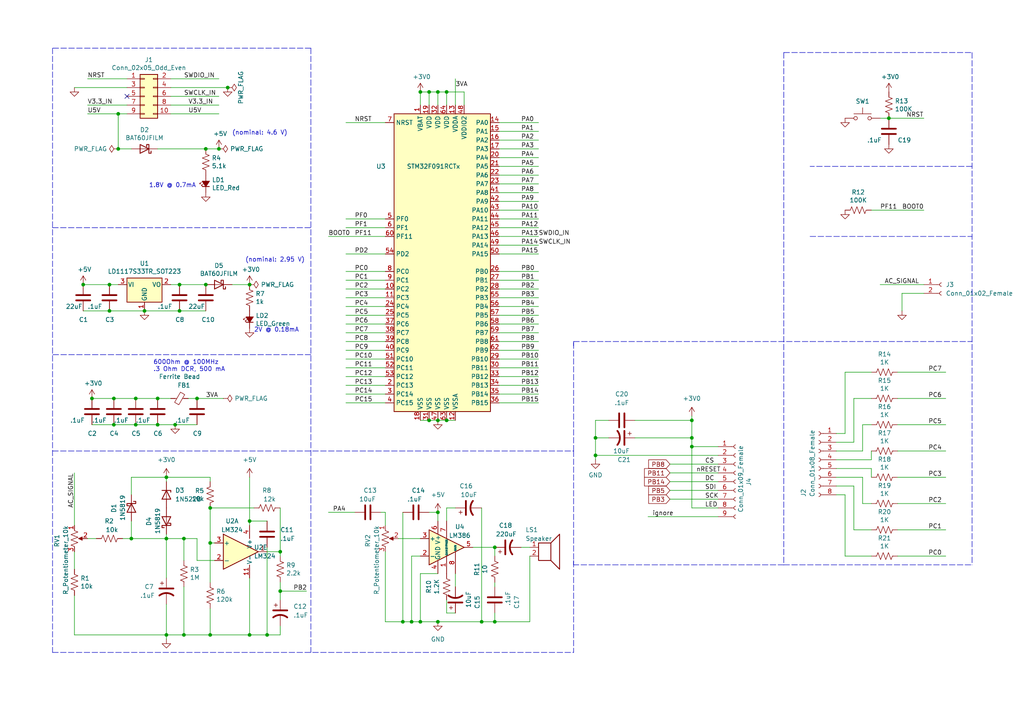
<source format=kicad_sch>
(kicad_sch (version 20211123) (generator eeschema)
  (paper "A4")
  (title_block (title "STM32F091 Dev Board") (date "2020-06-22") (rev "1"))
  (junction (at 39.37 123.19))
  (junction (at 72.39 184.15))
  (junction (at 59.69 43.18))
  (junction (at 66.04 25.4))
  (junction (at 200.66 127))
  (junction (at 200.66 129.54))
  (junction (at 127 26.67))
  (junction (at 172.72 132.08))
  (junction (at 143.51 158.75))
  (junction (at 143.51 180.34))
  (junction (at 129.54 121.92))
  (junction (at 39.37 115.57))
  (junction (at 48.26 184.15))
  (junction (at 60.96 147.32))
  (junction (at 52.07 90.17))
  (junction (at 116.84 180.34))
  (junction (at 121.92 180.34))
  (junction (at 53.34 184.15))
  (junction (at 139.7 180.34))
  (junction (at 48.26 138.43))
  (junction (at 124.46 121.92))
  (junction (at 52.07 82.55))
  (junction (at 121.92 26.67))
  (junction (at 45.72 123.19))
  (junction (at 34.29 33.02))
  (junction (at 77.47 184.15))
  (junction (at 257.81 34.29))
  (junction (at 124.46 26.67))
  (junction (at 33.02 115.57))
  (junction (at 127 180.34))
  (junction (at 38.1 156.21))
  (junction (at 129.54 26.67))
  (junction (at 81.28 160.02))
  (junction (at 127 148.59))
  (junction (at 127 121.92))
  (junction (at 81.28 171.45))
  (junction (at 72.39 151.13))
  (junction (at 31.75 90.17))
  (junction (at 119.38 180.34))
  (junction (at 59.69 82.55))
  (junction (at 50.8 123.19))
  (junction (at 41.91 90.17))
  (junction (at 60.96 184.15))
  (junction (at 200.66 121.92))
  (junction (at 60.96 157.48))
  (junction (at 72.39 82.55))
  (junction (at 48.26 156.21))
  (junction (at 26.67 115.57))
  (junction (at 34.29 43.18))
  (junction (at 172.72 127))
  (junction (at 63.5 43.18))
  (junction (at 45.72 115.57))
  (junction (at 33.02 123.19))
  (junction (at 24.13 82.55))
  (junction (at 57.15 115.57))
  (junction (at 31.75 82.55))
  (junction (at 53.34 156.21))
  (no_connect (at 36.83 27.94))
  (wire (pts (xy 172.72 121.92) (xy 172.72 127)))
  (wire (pts (xy 111.76 78.74) (xy 100.33 78.74)))
  (wire (pts (xy 144.78 63.5) (xy 156.21 63.5)))
  (wire (pts (xy 48.26 175.26) (xy 48.26 184.15)))
  (wire (pts (xy 255.27 34.29) (xy 257.81 34.29)))
  (wire (pts (xy 121.92 166.37) (xy 121.92 180.34)))
  (wire (pts (xy 48.26 138.43) (xy 60.96 138.43)))
  (wire (pts (xy 24.13 90.17) (xy 31.75 90.17)))
  (wire (pts (xy 153.67 161.29) (xy 153.67 180.34)))
  (wire (pts (xy 144.78 91.44) (xy 156.21 91.44)))
  (wire (pts (xy 38.1 138.43) (xy 48.26 138.43)))
  (wire (pts (xy 252.73 135.89) (xy 252.73 138.43)))
  (wire (pts (xy 144.78 60.96) (xy 156.21 60.96)))
  (wire (pts (xy 250.19 138.43) (xy 250.19 146.05)))
  (wire (pts (xy 127 180.34) (xy 139.7 180.34)))
  (wire (pts (xy 260.35 161.29) (xy 274.32 161.29)))
  (wire (pts (xy 200.66 120.65) (xy 200.66 121.92)))
  (wire (pts (xy 111.76 35.56) (xy 100.33 35.56)))
  (wire (pts (xy 111.76 63.5) (xy 100.33 63.5)))
  (wire (pts (xy 260.35 138.43) (xy 274.32 138.43)))
  (wire (pts (xy 41.91 90.17) (xy 52.07 90.17)))
  (wire (pts (xy 21.59 160.02) (xy 21.59 165.1)))
  (wire (pts (xy 34.29 43.18) (xy 38.1 43.18)))
  (wire (pts (xy 144.78 116.84) (xy 156.21 116.84)))
  (wire (pts (xy 124.46 30.48) (xy 124.46 26.67)))
  (wire (pts (xy 242.57 140.97) (xy 247.65 140.97)))
  (wire (pts (xy 49.53 27.94) (xy 63.5 27.94)))
  (wire (pts (xy 39.37 115.57) (xy 45.72 115.57)))
  (wire (pts (xy 129.54 177.8) (xy 132.08 177.8)))
  (wire (pts (xy 257.81 34.29) (xy 267.97 34.29)))
  (wire (pts (xy 129.54 173.99) (xy 129.54 177.8)))
  (wire (pts (xy 53.34 184.15) (xy 60.96 184.15)))
  (wire (pts (xy 53.34 156.21) (xy 57.15 156.21)))
  (wire (pts (xy 250.19 130.81) (xy 250.19 123.19)))
  (wire (pts (xy 111.76 180.34) (xy 116.84 180.34)))
  (wire (pts (xy 144.78 81.28) (xy 156.21 81.28)))
  (wire (pts (xy 48.26 156.21) (xy 53.34 156.21)))
  (wire (pts (xy 111.76 111.76) (xy 100.33 111.76)))
  (wire (pts (xy 129.54 30.48) (xy 129.54 26.67)))
  (wire (pts (xy 252.73 60.96) (xy 267.97 60.96)))
  (wire (pts (xy 245.11 125.73) (xy 245.11 107.95)))
  (wire (pts (xy 115.57 156.21) (xy 121.92 156.21)))
  (wire (pts (xy 261.62 85.09) (xy 261.62 90.17)))
  (wire (pts (xy 252.73 130.81) (xy 252.73 133.35)))
  (wire (pts (xy 200.66 127) (xy 200.66 121.92)))
  (wire (pts (xy 132.08 166.37) (xy 132.08 170.18)))
  (wire (pts (xy 172.72 132.08) (xy 172.72 133.35)))
  (wire (pts (xy 72.39 184.15) (xy 77.47 184.15)))
  (wire (pts (xy 54.61 115.57) (xy 57.15 115.57)))
  (wire (pts (xy 95.25 68.58) (xy 111.76 68.58)))
  (wire (pts (xy 151.13 158.75) (xy 153.67 158.75)))
  (wire (pts (xy 33.02 123.19) (xy 39.37 123.19)))
  (wire (pts (xy 144.78 68.58) (xy 156.21 68.58)))
  (wire (pts (xy 144.78 48.26) (xy 156.21 48.26)))
  (wire (pts (xy 260.35 130.81) (xy 274.32 130.81)))
  (polyline (pts (xy 166.37 99.06) (xy 166.37 100.33)))
  (wire (pts (xy 144.78 53.34) (xy 156.21 53.34)))
  (wire (pts (xy 111.76 83.82) (xy 100.33 83.82)))
  (wire (pts (xy 111.76 66.04) (xy 100.33 66.04)))
  (wire (pts (xy 172.72 127) (xy 172.72 132.08)))
  (wire (pts (xy 250.19 123.19) (xy 252.73 123.19)))
  (wire (pts (xy 77.47 184.15) (xy 81.28 184.15)))
  (wire (pts (xy 132.08 30.48) (xy 132.08 22.86)))
  (wire (pts (xy 52.07 90.17) (xy 59.69 90.17)))
  (wire (pts (xy 194.31 137.16) (xy 208.28 137.16)))
  (wire (pts (xy 119.38 161.29) (xy 121.92 161.29)))
  (wire (pts (xy 72.39 151.13) (xy 77.47 151.13)))
  (wire (pts (xy 48.26 138.43) (xy 48.26 139.7)))
  (wire (pts (xy 48.26 184.15) (xy 48.26 185.42)))
  (wire (pts (xy 127 151.13) (xy 127 148.59)))
  (wire (pts (xy 39.37 123.19) (xy 45.72 123.19)))
  (polyline (pts (xy 227.33 163.83) (xy 166.37 163.83)))
  (wire (pts (xy 72.39 167.64) (xy 72.39 184.15)))
  (wire (pts (xy 260.35 123.19) (xy 274.32 123.19)))
  (polyline (pts (xy 15.24 13.97) (xy 15.24 189.23)))
  (wire (pts (xy 129.54 121.92) (xy 132.08 121.92)))
  (wire (pts (xy 144.78 114.3) (xy 156.21 114.3)))
  (wire (pts (xy 36.83 22.86) (xy 25.4 22.86)))
  (wire (pts (xy 119.38 161.29) (xy 119.38 180.34)))
  (wire (pts (xy 127 30.48) (xy 127 26.67)))
  (wire (pts (xy 49.53 30.48) (xy 63.5 30.48)))
  (polyline (pts (xy 234.95 99.06) (xy 281.94 99.06)))
  (wire (pts (xy 208.28 129.54) (xy 200.66 129.54)))
  (wire (pts (xy 38.1 151.13) (xy 38.1 156.21)))
  (wire (pts (xy 184.15 127) (xy 200.66 127)))
  (wire (pts (xy 200.66 129.54) (xy 200.66 147.32)))
  (wire (pts (xy 247.65 140.97) (xy 247.65 153.67)))
  (wire (pts (xy 36.83 30.48) (xy 25.4 30.48)))
  (wire (pts (xy 21.59 137.16) (xy 21.59 152.4)))
  (wire (pts (xy 52.07 82.55) (xy 59.69 82.55)))
  (wire (pts (xy 111.76 91.44) (xy 100.33 91.44)))
  (wire (pts (xy 77.47 160.02) (xy 81.28 160.02)))
  (polyline (pts (xy 90.17 102.87) (xy 15.24 102.87)))
  (wire (pts (xy 21.59 184.15) (xy 48.26 184.15)))
  (wire (pts (xy 116.84 180.34) (xy 119.38 180.34)))
  (wire (pts (xy 48.26 154.94) (xy 48.26 156.21)))
  (wire (pts (xy 111.76 96.52) (xy 100.33 96.52)))
  (wire (pts (xy 33.02 115.57) (xy 39.37 115.57)))
  (wire (pts (xy 242.57 125.73) (xy 245.11 125.73)))
  (wire (pts (xy 24.13 82.55) (xy 31.75 82.55)))
  (wire (pts (xy 144.78 101.6) (xy 156.21 101.6)))
  (wire (pts (xy 144.78 104.14) (xy 156.21 104.14)))
  (wire (pts (xy 144.78 86.36) (xy 156.21 86.36)))
  (wire (pts (xy 111.76 81.28) (xy 100.33 81.28)))
  (wire (pts (xy 187.96 149.86) (xy 208.28 149.86)))
  (wire (pts (xy 45.72 123.19) (xy 50.8 123.19)))
  (wire (pts (xy 144.78 93.98) (xy 156.21 93.98)))
  (wire (pts (xy 111.76 116.84) (xy 100.33 116.84)))
  (wire (pts (xy 81.28 171.45) (xy 88.9 171.45)))
  (polyline (pts (xy 234.95 68.58) (xy 281.94 68.58)))
  (polyline (pts (xy 90.17 13.97) (xy 90.17 189.23)))
  (wire (pts (xy 26.67 123.19) (xy 33.02 123.19)))
  (wire (pts (xy 57.15 162.56) (xy 62.23 162.56)))
  (wire (pts (xy 121.92 26.67) (xy 124.46 26.67)))
  (wire (pts (xy 63.5 43.18) (xy 59.69 43.18)))
  (wire (pts (xy 267.97 85.09) (xy 261.62 85.09)))
  (wire (pts (xy 25.4 156.21) (xy 27.94 156.21)))
  (wire (pts (xy 260.35 146.05) (xy 274.32 146.05)))
  (wire (pts (xy 60.96 147.32) (xy 60.96 157.48)))
  (wire (pts (xy 242.57 130.81) (xy 250.19 130.81)))
  (wire (pts (xy 21.59 172.72) (xy 21.59 184.15)))
  (wire (pts (xy 77.47 158.75) (xy 77.47 184.15)))
  (wire (pts (xy 144.78 55.88) (xy 156.21 55.88)))
  (wire (pts (xy 242.57 133.35) (xy 252.73 133.35)))
  (wire (pts (xy 144.78 40.64) (xy 156.21 40.64)))
  (wire (pts (xy 60.96 157.48) (xy 62.23 157.48)))
  (wire (pts (xy 144.78 35.56) (xy 156.21 35.56)))
  (polyline (pts (xy 281.94 48.26) (xy 234.95 48.26)))
  (wire (pts (xy 200.66 147.32) (xy 208.28 147.32)))
  (wire (pts (xy 21.59 25.4) (xy 36.83 25.4)))
  (wire (pts (xy 49.53 82.55) (xy 52.07 82.55)))
  (polyline (pts (xy 166.37 163.83) (xy 166.37 162.56)))
  (wire (pts (xy 111.76 152.4) (xy 111.76 148.59)))
  (wire (pts (xy 144.78 111.76) (xy 156.21 111.76)))
  (wire (pts (xy 242.57 135.89) (xy 252.73 135.89)))
  (wire (pts (xy 144.78 109.22) (xy 156.21 109.22)))
  (wire (pts (xy 245.11 107.95) (xy 252.73 107.95)))
  (polyline (pts (xy 227.33 15.24) (xy 281.94 15.24)))
  (polyline (pts (xy 15.24 66.04) (xy 90.17 66.04)))
  (wire (pts (xy 260.35 115.57) (xy 274.32 115.57)))
  (wire (pts (xy 38.1 156.21) (xy 48.26 156.21)))
  (wire (pts (xy 72.39 138.43) (xy 72.39 151.13)))
  (wire (pts (xy 121.92 180.34) (xy 127 180.34)))
  (wire (pts (xy 247.65 115.57) (xy 252.73 115.57)))
  (wire (pts (xy 194.31 142.24) (xy 208.28 142.24)))
  (wire (pts (xy 57.15 156.21) (xy 57.15 162.56)))
  (wire (pts (xy 48.26 184.15) (xy 53.34 184.15)))
  (wire (pts (xy 129.54 26.67) (xy 134.62 26.67)))
  (wire (pts (xy 134.62 26.67) (xy 134.62 30.48)))
  (wire (pts (xy 124.46 26.67) (xy 127 26.67)))
  (wire (pts (xy 116.84 148.59) (xy 116.84 180.34)))
  (wire (pts (xy 144.78 96.52) (xy 156.21 96.52)))
  (wire (pts (xy 111.76 109.22) (xy 100.33 109.22)))
  (wire (pts (xy 81.28 160.02) (xy 81.28 161.29)))
  (wire (pts (xy 242.57 128.27) (xy 247.65 128.27)))
  (wire (pts (xy 121.92 121.92) (xy 124.46 121.92)))
  (wire (pts (xy 260.35 107.95) (xy 274.32 107.95)))
  (wire (pts (xy 172.72 127) (xy 176.53 127)))
  (wire (pts (xy 127 166.37) (xy 121.92 166.37)))
  (wire (pts (xy 49.53 33.02) (xy 63.5 33.02)))
  (wire (pts (xy 194.31 139.7) (xy 208.28 139.7)))
  (wire (pts (xy 48.26 156.21) (xy 48.26 167.64)))
  (wire (pts (xy 242.57 143.51) (xy 245.11 143.51)))
  (wire (pts (xy 60.96 138.43) (xy 60.96 139.7)))
  (wire (pts (xy 95.25 148.59) (xy 102.87 148.59)))
  (wire (pts (xy 144.78 43.18) (xy 156.21 43.18)))
  (wire (pts (xy 144.78 78.74) (xy 156.21 78.74)))
  (polyline (pts (xy 15.24 189.23) (xy 166.37 189.23)))
  (wire (pts (xy 111.76 104.14) (xy 100.33 104.14)))
  (polyline (pts (xy 227.33 15.24) (xy 227.33 163.83)))
  (wire (pts (xy 124.46 148.59) (xy 127 148.59)))
  (wire (pts (xy 119.38 180.34) (xy 121.92 180.34)))
  (wire (pts (xy 60.96 147.32) (xy 73.66 147.32)))
  (wire (pts (xy 250.19 146.05) (xy 252.73 146.05)))
  (wire (pts (xy 49.53 25.4) (xy 66.04 25.4)))
  (polyline (pts (xy 166.37 130.81) (xy 166.37 189.23)))
  (wire (pts (xy 260.35 153.67) (xy 274.32 153.67)))
  (wire (pts (xy 53.34 156.21) (xy 53.34 162.56)))
  (wire (pts (xy 143.51 177.8) (xy 143.51 180.34)))
  (wire (pts (xy 176.53 121.92) (xy 172.72 121.92)))
  (wire (pts (xy 34.29 33.02) (xy 25.4 33.02)))
  (wire (pts (xy 111.76 101.6) (xy 100.33 101.6)))
  (wire (pts (xy 143.51 168.91) (xy 143.51 170.18)))
  (wire (pts (xy 242.57 138.43) (xy 250.19 138.43)))
  (wire (pts (xy 139.7 147.32) (xy 139.7 180.34)))
  (wire (pts (xy 26.67 115.57) (xy 33.02 115.57)))
  (wire (pts (xy 144.78 50.8) (xy 156.21 50.8)))
  (wire (pts (xy 137.16 158.75) (xy 143.51 158.75)))
  (wire (pts (xy 50.8 123.19) (xy 57.15 123.19)))
  (wire (pts (xy 247.65 153.67) (xy 252.73 153.67)))
  (wire (pts (xy 72.39 151.13) (xy 72.39 152.4)))
  (wire (pts (xy 143.51 180.34) (xy 153.67 180.34)))
  (wire (pts (xy 59.69 43.18) (xy 45.72 43.18)))
  (wire (pts (xy 111.76 86.36) (xy 100.33 86.36)))
  (polyline (pts (xy 90.17 13.97) (xy 15.24 13.97)))
  (wire (pts (xy 110.49 148.59) (xy 111.76 148.59)))
  (wire (pts (xy 129.54 151.13) (xy 129.54 147.32)))
  (wire (pts (xy 172.72 132.08) (xy 208.28 132.08)))
  (wire (pts (xy 60.96 176.53) (xy 60.96 184.15)))
  (wire (pts (xy 81.28 181.61) (xy 81.28 184.15)))
  (wire (pts (xy 129.54 147.32) (xy 132.08 147.32)))
  (wire (pts (xy 144.78 71.12) (xy 156.21 71.12)))
  (wire (pts (xy 144.78 73.66) (xy 156.21 73.66)))
  (wire (pts (xy 45.72 115.57) (xy 49.53 115.57)))
  (wire (pts (xy 127 121.92) (xy 129.54 121.92)))
  (wire (pts (xy 38.1 156.21) (xy 35.56 156.21)))
  (wire (pts (xy 67.31 82.55) (xy 72.39 82.55)))
  (wire (pts (xy 49.53 22.86) (xy 63.5 22.86)))
  (wire (pts (xy 57.15 115.57) (xy 64.77 115.57)))
  (wire (pts (xy 200.66 121.92) (xy 184.15 121.92)))
  (wire (pts (xy 111.76 160.02) (xy 111.76 180.34)))
  (wire (pts (xy 247.65 128.27) (xy 247.65 115.57)))
  (wire (pts (xy 53.34 170.18) (xy 53.34 184.15)))
  (wire (pts (xy 81.28 173.99) (xy 81.28 171.45)))
  (wire (pts (xy 144.78 106.68) (xy 156.21 106.68)))
  (wire (pts (xy 111.76 99.06) (xy 100.33 99.06)))
  (wire (pts (xy 194.31 134.62) (xy 208.28 134.62)))
  (wire (pts (xy 144.78 66.04) (xy 156.21 66.04)))
  (wire (pts (xy 124.46 121.92) (xy 127 121.92)))
  (wire (pts (xy 31.75 90.17) (xy 41.91 90.17)))
  (wire (pts (xy 38.1 138.43) (xy 38.1 143.51)))
  (wire (pts (xy 60.96 184.15) (xy 72.39 184.15)))
  (wire (pts (xy 245.11 161.29) (xy 252.73 161.29)))
  (polyline (pts (xy 281.94 15.24) (xy 281.94 163.83)))
  (wire (pts (xy 144.78 38.1) (xy 156.21 38.1)))
  (wire (pts (xy 200.66 129.54) (xy 200.66 127)))
  (wire (pts (xy 144.78 58.42) (xy 156.21 58.42)))
  (wire (pts (xy 60.96 157.48) (xy 60.96 168.91)))
  (wire (pts (xy 34.29 82.55) (xy 31.75 82.55)))
  (wire (pts (xy 121.92 30.48) (xy 121.92 26.67)))
  (wire (pts (xy 34.29 33.02) (xy 34.29 43.18)))
  (wire (pts (xy 36.83 33.02) (xy 34.29 33.02)))
  (wire (pts (xy 111.76 93.98) (xy 100.33 93.98)))
  (wire (pts (xy 111.76 106.68) (xy 100.33 106.68)))
  (wire (pts (xy 245.11 143.51) (xy 245.11 161.29)))
  (wire (pts (xy 144.78 99.06) (xy 156.21 99.06)))
  (polyline (pts (xy 166.37 99.06) (xy 234.95 99.06)))
  (wire (pts (xy 81.28 147.32) (xy 81.28 160.02)))
  (wire (pts (xy 143.51 158.75) (xy 143.51 161.29)))
  (wire (pts (xy 255.27 82.55) (xy 267.97 82.55)))
  (wire (pts (xy 81.28 168.91) (xy 81.28 171.45)))
  (wire (pts (xy 144.78 88.9) (xy 156.21 88.9)))
  (polyline (pts (xy 166.37 130.81) (xy 166.37 99.06)))
  (wire (pts (xy 139.7 180.34) (xy 143.51 180.34)))
  (wire (pts (xy 144.78 83.82) (xy 156.21 83.82)))
  (wire (pts (xy 127 26.67) (xy 129.54 26.67)))
  (wire (pts (xy 144.78 45.72) (xy 156.21 45.72)))
  (wire (pts (xy 111.76 88.9) (xy 100.33 88.9)))
  (wire (pts (xy 194.31 144.78) (xy 208.28 144.78)))
  (wire (pts (xy 111.76 73.66) (xy 100.33 73.66)))
  (polyline (pts (xy 15.24 130.81) (xy 166.37 130.81)))
  (wire (pts (xy 111.76 114.3) (xy 100.33 114.3)))
  (polyline (pts (xy 227.33 163.83) (xy 281.94 163.83)))
  (text "600Ohm @ 100MHz\n.3 Ohm DCR, 500 mA" (at 44.45 107.95 0) (effects (font (size 1.27 1.27)) (justify left bottom)))
  (text "(nominal: 4.6 V)" (at 67.31 39.37 0) (effects (font (size 1.27 1.27)) (justify left bottom)))
  (text "2V @ 0.18mA" (at 73.66 96.52 0) (effects (font (size 1.27 1.27)) (justify left bottom)))
  (text "(nominal: 2.95 V)" (at 71.12 76.2 0) (effects (font (size 1.27 1.27)) (justify left bottom)))
  (text "1.8V @ 0.7mA" (at 43.18 54.61 0) (effects (font (size 1.27 1.27)) (justify left bottom)))
  (label "PA7" (at 151.13 53.34 0))
  (label "PA6" (at 151.13 50.8 0))
  (label "PA3" (at 151.13 43.18 0))
  (label "PF0" (at 102.87 63.5 0))
  (label "PB2" (at 85.09 171.45 0))
  (label "PF1" (at 102.87 66.04 0))
  (label "PB4" (at 151.13 88.9 0))
  (label "PC3" (at 102.87 86.36 0))
  (label "PC14" (at 102.87 114.3 0))
  (label "PA8" (at 151.13 55.88 0))
  (label "PC11" (at 102.87 106.68 0))
  (label "3VA" (at 59.69 115.57 0))
  (label "DC" (at 204.47 139.7 0))
  (label "AC_SIGNAL" (at 256.54 82.55 0))
  (label "U5V" (at 25.4 33.02 0))
  (label "PC6" (at 269.24 115.57 0))
  (label "PC0" (at 269.24 161.29 0))
  (label "PB10" (at 151.13 104.14 0))
  (label "PA2" (at 151.13 40.64 0))
  (label "LED" (at 204.47 147.32 0))
  (label "PD2" (at 102.87 73.66 0))
  (label "PC12" (at 102.87 109.22 0))
  (label "ignore" (at 189.23 149.86 0))
  (label "PB0" (at 151.13 78.74 0))
  (label "PB2" (at 151.13 83.82 0))
  (label "PA10" (at 151.13 60.96 0))
  (label "PA4" (at 96.52 148.59 0))
  (label "CS" (at 204.47 134.62 0))
  (label "PA15" (at 151.13 73.66 0))
  (label "PC1" (at 102.87 81.28 0))
  (label "PC7" (at 269.24 107.95 0))
  (label "PA11" (at 151.13 63.5 0))
  (label "PC5" (at 102.87 91.44 0))
  (label "NRST" (at 262.89 34.29 0))
  (label "PC5" (at 269.24 123.19 0))
  (label "PA0" (at 151.13 35.56 0))
  (label "PC2" (at 269.24 146.05 0))
  (label "PC4" (at 269.24 130.81 0))
  (label "U5V" (at 54.61 33.02 0))
  (label "PC3" (at 269.24 138.43 0))
  (label "3VA" (at 132.08 25.4 0))
  (label "PA1" (at 151.13 38.1 0))
  (label "PB14" (at 151.13 114.3 0))
  (label "PB11" (at 151.13 106.68 0))
  (label "PA14" (at 151.13 71.12 0))
  (label "PC6" (at 102.87 93.98 0))
  (label "PB8" (at 151.13 99.06 0))
  (label "PB5" (at 151.13 91.44 0))
  (label "PC0" (at 102.87 78.74 0))
  (label "PF11" (at 255.27 60.96 0))
  (label "PB9" (at 151.13 101.6 0))
  (label "SCK" (at 204.47 144.78 0))
  (label "PA13" (at 151.13 68.58 0))
  (label "PC1" (at 269.24 153.67 0))
  (label "PC10" (at 102.87 104.14 0))
  (label "BOOT0" (at 261.62 60.96 0))
  (label "PB6" (at 151.13 93.98 0))
  (label "PC15" (at 102.87 116.84 0))
  (label "PB1" (at 151.13 81.28 0))
  (label "PA9" (at 151.13 58.42 0))
  (label "SWCLK_IN" (at 156.21 71.12 0))
  (label "PA5" (at 151.13 48.26 0))
  (label "nRESET" (at 201.93 137.16 0))
  (label "V3.3_IN" (at 25.4 30.48 0))
  (label "V3.3_IN" (at 54.61 30.48 0))
  (label "PC9" (at 102.87 101.6 0))
  (label "PC13" (at 102.87 111.76 0))
  (label "SDI" (at 204.47 142.24 0))
  (label "PA4" (at 151.13 45.72 0))
  (label "PB7" (at 151.13 96.52 0))
  (label "BOOT0" (at 95.25 68.58 0))
  (label "PB3" (at 151.13 86.36 0))
  (label "PC7" (at 102.87 96.52 0))
  (label "PC4" (at 102.87 88.9 0))
  (label "SWDIO_IN" (at 156.21 68.58 0))
  (label "PF11" (at 102.87 68.58 0))
  (label "NRST" (at 102.87 35.56 0))
  (label "NRST" (at 25.4 22.86 0))
  (label "PA12" (at 151.13 66.04 0))
  (label "PC2" (at 102.87 83.82 0))
  (label "SWDIO_IN" (at 53.34 22.86 0))
  (label "AC_SIGNAL" (at 21.59 147.32 90))
  (label "PB12" (at 151.13 109.22 0))
  (label "SWCLK_IN" (at 53.34 27.94 0))
  (label "PB15" (at 151.13 116.84 0))
  (label "PC8" (at 102.87 99.06 0))
  (label "PB13" (at 151.13 111.76 0))
  (global_label "PB11" (shape input) (at 194.31 137.16 180) (property "Intersheet References" "${INTERSHEET_REFS}" (effects hide)))
  (global_label "PB8" (shape input) (at 194.31 134.62 180) (property "Intersheet References" "${INTERSHEET_REFS}" (effects hide)))
  (global_label "PB5" (shape input) (at 194.31 142.24 180) (property "Intersheet References" "${INTERSHEET_REFS}" (effects hide)))
  (global_label "PB3" (shape input) (at 194.31 144.78 180) (property "Intersheet References" "${INTERSHEET_REFS}" (effects hide)))
  (global_label "PB14" (shape input) (at 194.31 139.7 180) (property "Intersheet References" "${INTERSHEET_REFS}" (effects hide)))
  (symbol (lib_id "Device:R_US") (at 257.81 30.48 0) (unit 1)
    (property "Reference" "R13" (at 259.5372 29.3116 0) (effects (justify left)))
    (property "Value" "100K" (at 259.5372 31.623 0) (effects (justify left)))
    (property "Footprint" "Resistor_THT:R_Axial_DIN0207_L6.3mm_D2.5mm_P7.62mm_Horizontal" (effects hide))
  )
  (symbol (lib_id "Switch:SW_Push") (at 250.19 34.29 0) (unit 1)
    (property "Reference" "SW1" (at 250.19 29.3878 0))
    (property "Value" "SW_Push" (effects hide))
    (property "Footprint" "Button_Switch_THT:SW_PUSH-12mm_Wuerth-430476085716" (effects hide))
  )
  (symbol (lib_id "power:GND") (at 257.81 41.91 0) (unit 1)
    (property "Reference" "#PWR021" (effects hide))
    (property "Value" "GND" (effects hide))
  )
  (symbol (lib_id "power:GND") (at 245.11 34.29 0) (unit 1)
    (property "Reference" "#PWR018" (effects hide))
    (property "Value" "GND" (effects hide))
  )
  (symbol (lib_id "stm32f091-rescue:Ferrite_Bead_Small-Device") (at 52.07 115.57 270) (unit 1)
    (property "Reference" "FB1" (at 53.34 111.76 90))
    (property "Value" "Ferrite Bead" (at 52.07 109.22 90))
    (property "Footprint" "Inductor_SMD:L_0805_2012Metric_Pad1.15x1.40mm_HandSolder" (effects hide))
  )
  (symbol (lib_id "Connector_Generic:Conn_02x05_Odd_Even") (at 41.91 27.94 0) (unit 1)
    (property "Reference" "J1" (at 43.18 17.3482 0))
    (property "Value" "Conn_02x05_Odd_Even" (at 43.18 19.6596 0))
    (property "Footprint" "Connector_IDC:IDC-Header_2x05_P2.54mm_Vertical" (effects hide))
  )
  (symbol (lib_id "power:GND") (at 21.59 25.4 0) (unit 1)
    (property "Reference" "#PWR01" (effects hide))
    (property "Value" "GND" (effects hide))
  )
  (symbol (lib_id "power:GND") (at 66.04 25.4 0) (unit 1)
    (property "Reference" "#PWR010" (effects hide))
    (property "Value" "GND" (effects hide))
  )
  (symbol (lib_id "Regulator_Linear:LD1117S33TR_SOT223") (at 41.91 82.55 0) (unit 1)
    (property "Reference" "U1" (at 41.91 76.4032 0))
    (property "Value" "LD1117S33TR_SOT223" (at 41.91 78.7146 0))
    (property "Footprint" "Package_TO_SOT_SMD:SOT-223-3_TabPin2" (effects hide))
    (property "Datasheet" "http://www.st.com/st-web-ui/static/active/en/resource/technical/document/datasheet/CD00000544.pdf" (effects hide))
  )
  (symbol (lib_id "Device:C") (at 31.75 86.36 0) (unit 1)
    (property "Reference" "C3" (at 30.48 92.71 0) (effects (justify left)))
    (property "Value" ".1uF" (at 25.4 88.9 0) (effects (justify left)))
    (property "Footprint" "Capacitor_THT:C_Axial_L5.1mm_D3.1mm_P7.50mm_Horizontal" (effects hide))
    (property "Datasheet" "https://datasheet.lcsc.com/szlcsc/Samsung-Electro-Mechanics-CL21C101JBANNNC_C1790.pdf" (effects hide))
  )
  (symbol (lib_id "power:GND") (at 41.91 90.17 0) (unit 1)
    (property "Reference" "#PWR04" (effects hide))
    (property "Value" "GND" (effects hide))
  )
  (symbol (lib_id "power:PWR_FLAG") (at 34.29 43.18 90) (unit 1)
    (property "Reference" "#FLG01" (effects hide))
    (property "Value" "PWR_FLAG" (at 31.0642 43.18 90) (effects (justify left)))
  )
  (symbol (lib_id "power:PWR_FLAG") (at 66.04 25.4 270) (unit 1)
    (property "Reference" "#FLG04" (effects hide))
    (property "Value" "PWR_FLAG" (at 69.85 25.4 0))
  )
  (symbol (lib_id "Diode:BAT60A") (at 41.91 43.18 180) (unit 1)
    (property "Reference" "D2" (at 41.91 37.6682 0))
    (property "Value" "BAT60JFILM" (at 41.91 39.9796 0))
    (property "Footprint" "Diode_SMD:D_SOD-323" (effects hide))
    (property "Datasheet" "https://www.infineon.com/dgdl/Infineon-BAT60ASERIES-DS-v01_01-en.pdf?fileId=db3a304313d846880113def70c9304a9" (effects hide))
  )
  (symbol (lib_id "power:+5V") (at 63.5 43.18 0) (unit 1)
    (property "Reference" "#PWR09" (effects hide))
    (property "Value" "+5V" (at 63.881 38.7858 0))
  )
  (symbol (lib_id "power:+5V") (at 24.13 82.55 0) (unit 1)
    (property "Reference" "#PWR02" (effects hide))
    (property "Value" "+5V" (at 24.511 78.1558 0))
  )
  (symbol (lib_id "Diode:BAT60A") (at 63.5 82.55 180) (unit 1)
    (property "Reference" "D5" (at 63.5 77.0382 0))
    (property "Value" "BAT60JFILM" (at 63.5 79.3496 0))
    (property "Footprint" "Diode_SMD:D_SOD-323" (effects hide))
    (property "Datasheet" "https://www.infineon.com/dgdl/Infineon-BAT60ASERIES-DS-v01_01-en.pdf?fileId=db3a304313d846880113def70c9304a9" (effects hide))
  )
  (symbol (lib_id "MCU_ST_STM32F0:STM32F091RCTx") (at 129.54 76.2 0) (unit 1)
    (property "Reference" "U3" (at 110.49 48.26 0))
    (property "Value" "STM32F091RCTx" (at 125.73 48.26 0))
    (property "Footprint" "Package_QFP:LQFP-64_10x10mm_P0.5mm" (effects hide))
    (property "Datasheet" "http://www.st.com/st-web-ui/static/active/en/resource/technical/document/datasheet/DM00115237.pdf" (effects hide))
  )
  (symbol (lib_id "power:+3V0") (at 72.39 82.55 0) (unit 1)
    (property "Reference" "#PWR011" (effects hide))
    (property "Value" "+3V0" (at 72.771 78.1558 0))
  )
  (symbol (lib_id "power:+3V0") (at 26.67 115.57 0) (unit 1)
    (property "Reference" "#PWR03" (effects hide))
    (property "Value" "+3V0" (at 27.051 111.1758 0))
  )
  (symbol (lib_id "power:+3V0") (at 121.92 26.67 0) (unit 1)
    (property "Reference" "#PWR014" (effects hide))
    (property "Value" "+3V0" (at 122.301 22.2758 0))
  )
  (symbol (lib_id "power:+3V0") (at 257.81 26.67 0) (unit 1)
    (property "Reference" "#PWR020" (effects hide))
    (property "Value" "+3V0" (at 258.191 22.2758 0))
  )
  (symbol (lib_id "power:PWR_FLAG") (at 64.77 115.57 270) (unit 1)
    (property "Reference" "#FLG03" (effects hide))
    (property "Value" "PWR_FLAG" (at 68.0212 115.57 90) (effects (justify left)))
  )
  (symbol (lib_id "power:GND") (at 127 121.92 0) (unit 1)
    (property "Reference" "#PWR015" (effects hide))
    (property "Value" "GND" (effects hide))
  )
  (symbol (lib_id "Device:R_US") (at 59.69 46.99 0) (unit 1)
    (property "Reference" "R4" (at 61.4172 45.8216 0) (effects (justify left)))
    (property "Value" "5.1k" (at 61.4172 48.133 0) (effects (justify left)))
    (property "Footprint" "Resistor_THT:R_Axial_DIN0207_L6.3mm_D2.5mm_P7.62mm_Horizontal" (effects hide))
  )
  (symbol (lib_id "stm32f091-rescue:LED_Small_ALT-Device") (at 59.69 53.34 90) (unit 1)
    (property "Reference" "LD1" (at 61.468 52.1716 90) (effects (justify right)))
    (property "Value" "LED_Red" (at 61.468 54.483 90) (effects (justify right)))
    (property "Footprint" "LED_THT:LED_D2.0mm_W4.8mm_H2.5mm_FlatTop" (effects hide))
  )
  (symbol (lib_id "power:GND") (at 59.69 55.88 0) (unit 1)
    (property "Reference" "#PWR08" (effects hide))
    (property "Value" "GND" (effects hide))
  )
  (symbol (lib_id "Device:R_US") (at 72.39 86.36 0) (unit 1)
    (property "Reference" "R7" (at 74.1172 85.1916 0) (effects (justify left)))
    (property "Value" "1k" (at 74.1172 87.503 0) (effects (justify left)))
    (property "Footprint" "Resistor_THT:R_Axial_DIN0207_L6.3mm_D2.5mm_P7.62mm_Horizontal" (effects hide))
    (property "Datasheet" "https://datasheet.lcsc.com/szlcsc/Uniroyal-Elec-0805W8F3001T5E_C17661.pdf" (effects hide))
  )
  (symbol (lib_id "stm32f091-rescue:LED_Small_ALT-Device") (at 72.39 92.71 90) (unit 1)
    (property "Reference" "LD2" (at 74.168 91.5416 90) (effects (justify right)))
    (property "Value" "LED_Green" (at 74.168 93.853 90) (effects (justify right)))
    (property "Footprint" "LED_THT:LED_D2.0mm_W4.8mm_H2.5mm_FlatTop" (effects hide))
  )
  (symbol (lib_id "power:GND") (at 72.39 95.25 0) (unit 1)
    (property "Reference" "#PWR012" (effects hide))
    (property "Value" "GND" (effects hide))
  )
  (symbol (lib_id "power:GND") (at 245.11 60.96 0) (unit 1)
    (property "Reference" "#PWR019" (effects hide))
    (property "Value" "GND" (effects hide))
  )
  (symbol (lib_id "power:PWR_FLAG") (at 63.5 43.18 270) (unit 1)
    (property "Reference" "#FLG02" (effects hide))
    (property "Value" "PWR_FLAG" (at 66.7512 43.18 90) (effects (justify left)))
  )
  (symbol (lib_id "power:PWR_FLAG") (at 72.39 82.55 270) (unit 1)
    (property "Reference" "#FLG05" (effects hide))
    (property "Value" "PWR_FLAG" (at 75.6412 82.55 90) (effects (justify left)))
  )
  (symbol (lib_id "Device:C") (at 24.13 86.36 0) (unit 1)
    (property "Reference" "C1" (at 22.86 92.71 0) (effects (justify left)))
    (property "Value" "22uF" (at 19.05 88.9 0) (effects (justify left)))
    (property "Footprint" "Capacitor_THT:C_Axial_L5.1mm_D3.1mm_P7.50mm_Horizontal" (effects hide))
    (property "Datasheet" "https://datasheet.lcsc.com/szlcsc/Samsung-Electro-Mechanics-CL21A226MAQNNNE_C45783.pdf" (effects hide))
  )
  (symbol (lib_id "Device:C") (at 59.69 86.36 0) (unit 1)
    (property "Reference" "C10" (at 58.42 92.71 0) (effects (justify left)))
    (property "Value" "22uF" (at 54.61 88.9 0) (effects (justify left)))
    (property "Footprint" "Capacitor_THT:C_Axial_L5.1mm_D3.1mm_P7.50mm_Horizontal" (effects hide))
    (property "Datasheet" "https://datasheet.lcsc.com/szlcsc/Samsung-Electro-Mechanics-CL21A226MAQNNNE_C45783.pdf" (effects hide))
  )
  (symbol (lib_id "Device:C") (at 52.07 86.36 0) (unit 1)
    (property "Reference" "C8" (at 50.8 92.71 0) (effects (justify left)))
    (property "Value" ".1uF" (at 45.72 88.9 0) (effects (justify left)))
    (property "Footprint" "Capacitor_THT:C_Axial_L5.1mm_D3.1mm_P7.50mm_Horizontal" (effects hide))
    (property "Datasheet" "https://datasheet.lcsc.com/szlcsc/Samsung-Electro-Mechanics-CL21C101JBANNNC_C1790.pdf" (effects hide))
  )
  (symbol (lib_id "Device:C") (at 26.67 119.38 0) (unit 1)
    (property "Reference" "C2" (at 25.4 125.73 0) (effects (justify left)))
    (property "Value" ".1uF" (at 20.32 121.92 0) (effects (justify left)))
    (property "Footprint" "Capacitor_THT:C_Axial_L5.1mm_D3.1mm_P7.50mm_Horizontal" (effects hide))
  )
  (symbol (lib_id "Device:C") (at 33.02 119.38 0) (unit 1)
    (property "Reference" "C4" (at 31.75 125.73 0) (effects (justify left)))
    (property "Value" ".1uF" (at 26.67 121.92 0) (effects (justify left)))
    (property "Footprint" "Capacitor_THT:C_Axial_L5.1mm_D3.1mm_P7.50mm_Horizontal" (effects hide))
  )
  (symbol (lib_id "Device:C") (at 39.37 119.38 0) (unit 1)
    (property "Reference" "C5" (at 38.1 125.73 0) (effects (justify left)))
    (property "Value" ".1uF" (at 33.02 121.92 0) (effects (justify left)))
    (property "Footprint" "Capacitor_THT:C_Axial_L5.1mm_D3.1mm_P7.50mm_Horizontal" (effects hide))
  )
  (symbol (lib_id "Device:C") (at 45.72 119.38 0) (unit 1)
    (property "Reference" "C6" (at 44.45 125.73 0) (effects (justify left)))
    (property "Value" ".1uF" (at 39.37 121.92 0) (effects (justify left)))
    (property "Footprint" "Capacitor_THT:C_Axial_L5.1mm_D3.1mm_P7.50mm_Horizontal" (effects hide))
  )
  (symbol (lib_id "Device:C") (at 57.15 119.38 0) (unit 1)
    (property "Reference" "C9" (at 55.88 125.73 0) (effects (justify left)))
    (property "Value" ".1uF" (at 50.8 121.92 0) (effects (justify left)))
    (property "Footprint" "Capacitor_THT:C_Axial_L5.1mm_D3.1mm_P7.50mm_Horizontal" (effects hide))
  )
  (symbol (lib_id "Device:C") (at 257.81 38.1 0) (unit 1)
    (property "Reference" "C19" (at 260.35 40.64 0) (effects (justify left)))
    (property "Value" ".1uF" (at 251.46 40.64 0) (effects (justify left)))
    (property "Footprint" "Capacitor_THT:C_Axial_L5.1mm_D3.1mm_P7.50mm_Horizontal" (effects hide))
  )
  (symbol (lib_id "Device:R_US") (at 248.92 60.96 270) (unit 1)
    (property "Reference" "R12" (at 248.92 55.753 90))
    (property "Value" "100K" (at 248.92 58.0644 90))
    (property "Footprint" "Resistor_THT:R_Axial_DIN0207_L6.3mm_D2.5mm_P7.62mm_Horizontal" (effects hide))
  )
  (symbol (lib_id "power:GND") (at 50.8 123.19 0) (unit 1)
    (property "Reference" "#PWR07" (effects hide))
    (property "Value" "GND" (effects hide))
  )
  (symbol (lib_id "Diode:1N5819") (at 48.26 151.13 90) (unit 1)
    (property "Reference" "D4" (at 43.18 149.86 0) (effects (justify right)))
    (property "Value" "1N5819" (at 45.72 147.32 0) (effects (justify right)))
    (property "Footprint" "Diode_THT:D_DO-41_SOD81_P10.16mm_Horizontal" (effects hide))
    (property "Datasheet" "http://www.vishay.com/docs/88525/1n5817.pdf" (effects hide))
  )
  (symbol (lib_name "C_Polarized_US_2") (lib_id "Device:C_Polarized_US") (at 135.89 147.32 90) (unit 1)
    (property "Reference" "C16" (at 137.16 140.97 90) (effects (justify left)))
    (property "Value" "10uF" (at 138.43 143.51 90) (effects (justify left)))
    (property "Footprint" "Capacitor_THT:CP_Axial_L10.0mm_D4.5mm_P15.00mm_Horizontal" (effects hide))
  )
  (symbol (lib_id "Amplifier_Operational:LM324") (at 74.93 160.02 0) (unit 5)
    (property "Reference" "U2" (at 73.66 158.7499 0) (effects (justify left)))
    (property "Value" "LM324" (at 73.66 161.2899 0) (effects (justify left)))
    (property "Footprint" "local_models:U2" (effects hide))
    (property "Datasheet" "http://www.ti.com/lit/ds/symlink/lm2902-n.pdf" (effects hide))
  )
  (symbol (lib_name "C_Polarized_US_1") (lib_id "Device:C_Polarized_US") (at 48.26 171.45 0) (unit 1)
    (property "Reference" "C7" (at 41.91 170.18 0) (effects (justify left)))
    (property "Value" ".1uF" (at 40.64 172.72 0) (effects (justify left)))
    (property "Footprint" "Capacitor_THT:CP_Axial_L10.0mm_D4.5mm_P15.00mm_Horizontal" (effects hide))
  )
  (symbol (lib_id "Device:R_US") (at 256.54 130.81 270) (unit 1)
    (property "Reference" "R17" (at 256.54 125.603 90))
    (property "Value" "1K" (at 256.54 127.9144 90))
    (property "Footprint" "Resistor_THT:R_Axial_DIN0207_L6.3mm_D2.5mm_P7.62mm_Horizontal" (effects hide))
  )
  (symbol (lib_id "Connector:Conn_01x08_Female") (at 242.57 133.35 0) (unit 1)
    (property "Reference" "J2" (at 233.0449 144.145 90) (effects (justify left)))
    (property "Value" "Conn_01x08_Female" (at 235.5849 144.145 90) (effects (justify left)))
    (property "Footprint" "local_models:J2" (effects hide))
  )
  (symbol (lib_id "Device:R_US") (at 256.54 146.05 270) (unit 1)
    (property "Reference" "R19" (at 256.54 140.843 90))
    (property "Value" "1K" (at 256.54 143.1544 90))
    (property "Footprint" "Resistor_THT:R_Axial_DIN0207_L6.3mm_D2.5mm_P7.62mm_Horizontal" (effects hide))
  )
  (symbol (lib_id "power:GND") (at 261.62 90.17 0) (unit 1)
    (property "Reference" "#PWR022" (effects hide))
    (property "Value" "GND" (effects hide))
  )
  (symbol (lib_id "Device:R_US") (at 129.54 170.18 0) (unit 1)
    (property "Reference" "R10" (at 124.333 170.18 90))
    (property "Value" "1.2K" (at 126.6444 170.18 90))
    (property "Footprint" "Resistor_THT:R_Axial_DIN0207_L6.3mm_D2.5mm_P7.62mm_Horizontal" (effects hide))
  )
  (symbol (lib_id "Device:R_US") (at 81.28 165.1 0) (unit 1)
    (property "Reference" "R9" (at 83.0072 163.9316 0) (effects (justify left)))
    (property "Value" "2.2k" (at 83.0072 166.243 0) (effects (justify left)))
    (property "Footprint" "Resistor_THT:R_Axial_DIN0207_L6.3mm_D2.5mm_P7.62mm_Horizontal" (effects hide))
    (property "Datasheet" "https://datasheet.lcsc.com/szlcsc/Uniroyal-Elec-0805W8F3001T5E_C17661.pdf" (effects hide))
  )
  (symbol (lib_name "1N5819_1") (lib_id "Diode:1N5819") (at 38.1 147.32 270) (unit 1)
    (property "Reference" "D1" (at 33.02 146.05 0) (effects (justify left)))
    (property "Value" "1N5819" (at 35.56 143.51 0) (effects (justify left)))
    (property "Footprint" "Diode_THT:D_DO-41_SOD81_P10.16mm_Horizontal" (effects hide))
    (property "Datasheet" "http://www.vishay.com/docs/88525/1n5817.pdf" (effects hide))
  )
  (symbol (lib_id "Device:R_US") (at 53.34 166.37 0) (unit 1)
    (property "Reference" "R3" (at 55.0672 165.2016 0) (effects (justify left)))
    (property "Value" "1M" (at 55.0672 167.513 0) (effects (justify left)))
    (property "Footprint" "Resistor_THT:R_Axial_DIN0207_L6.3mm_D2.5mm_P7.62mm_Horizontal" (effects hide))
    (property "Datasheet" "https://datasheet.lcsc.com/szlcsc/Uniroyal-Elec-0805W8F3001T5E_C17661.pdf" (effects hide))
  )
  (symbol (lib_name "C_1") (lib_id "Device:C") (at 120.65 148.59 0) (unit 1)
    (property "Reference" "C14" (at 119.38 142.24 0) (effects (justify left)))
    (property "Value" ".1uF" (at 118.11 144.78 0) (effects (justify left)))
    (property "Footprint" "Capacitor_THT:C_Axial_L5.1mm_D3.1mm_P7.50mm_Horizontal" (effects hide))
  )
  (symbol (lib_id "power:+5V") (at 127 148.59 0) (unit 1)
    (property "Reference" "#PWR016" (effects hide))
    (property "Value" "+5V" (at 127 143.51 0))
  )
  (symbol (lib_id "Device:R_Potentiometer_US") (at 21.59 156.21 0) (unit 1)
    (property "Reference" "RV1" (at 16.51 154.94 90) (effects (justify right)))
    (property "Value" "R_Potentiometer_10k" (at 19.05 152.4 90) (effects (justify right)))
    (property "Footprint" "Potentiometer_THT:Potentiometer_Omeg_PC16BU_Vertical" (effects hide))
  )
  (symbol (lib_id "Amplifier_Audio:LM386") (at 129.54 158.75 0) (unit 1)
    (property "Reference" "U4" (at 133.35 152.781 0))
    (property "Value" "LM386" (at 133.35 155.321 0))
    (property "Footprint" "local_models:U4" (effects hide))
    (property "Datasheet" "http://www.ti.com/lit/ds/symlink/lm386.pdf" (effects hide))
  )
  (symbol (lib_id "Device:R_US") (at 256.54 161.29 270) (unit 1)
    (property "Reference" "R21" (at 256.54 156.083 90))
    (property "Value" "1K" (at 256.54 158.3944 90))
    (property "Footprint" "Resistor_THT:R_Axial_DIN0207_L6.3mm_D2.5mm_P7.62mm_Horizontal" (effects hide))
  )
  (symbol (lib_id "Device:R_US") (at 60.96 172.72 0) (unit 1)
    (property "Reference" "R6" (at 62.6872 171.5516 0) (effects (justify left)))
    (property "Value" "120k" (at 62.6872 173.863 0) (effects (justify left)))
    (property "Footprint" "Resistor_THT:R_Axial_DIN0207_L6.3mm_D2.5mm_P7.62mm_Horizontal" (effects hide))
    (property "Datasheet" "https://datasheet.lcsc.com/szlcsc/Uniroyal-Elec-0805W8F3001T5E_C17661.pdf" (effects hide))
  )
  (symbol (lib_name "C_Polarized_US_2") (lib_id "Device:C_Polarized_US") (at 147.32 158.75 90) (unit 1)
    (property "Reference" "C18" (at 148.59 152.4 90) (effects (justify left)))
    (property "Value" "220uF" (at 149.86 154.94 90) (effects (justify left)))
    (property "Footprint" "Capacitor_THT:CP_Axial_L10.0mm_D4.5mm_P15.00mm_Horizontal" (effects hide))
  )
  (symbol (lib_id "power:+5V") (at 72.39 138.43 0) (unit 1)
    (property "Reference" "#PWR013" (effects hide))
    (property "Value" "+5V" (at 72.39 133.35 0))
  )
  (symbol (lib_id "Connector:Conn_01x02_Female") (at 273.05 82.55 0) (unit 1)
    (property "Reference" "J3" (at 274.32 82.5499 0) (effects (justify left)))
    (property "Value" "Conn_01x02_Female" (at 274.32 85.0899 0) (effects (justify left)))
    (property "Footprint" "local_models:J1" (effects hide))
  )
  (symbol (lib_name "C_1") (lib_id "Device:C") (at 106.68 148.59 0) (unit 1)
    (property "Reference" "C13" (at 105.41 142.24 0) (effects (justify left)))
    (property "Value" "10uF" (at 104.14 144.78 0) (effects (justify left)))
    (property "Footprint" "Capacitor_THT:C_Axial_L5.1mm_D3.1mm_P7.50mm_Horizontal" (effects hide))
  )
  (symbol (lib_name "C_1") (lib_id "pspice:C") (at 180.34 121.92 180) (unit 1)
    (property "Reference" "C20" (at 180.34 114.3 0))
    (property "Value" ".1uF" (at 180.34 116.84 0))
    (property "Footprint" "Capacitor_THT:C_Axial_L5.1mm_D3.1mm_P7.50mm_Horizontal" (effects hide))
  )
  (symbol (lib_name "R_US_1") (lib_id "Device:R_US") (at 31.75 156.21 90) (unit 1)
    (property "Reference" "R2" (at 33.02 151.13 90) (effects (justify left)))
    (property "Value" "10k" (at 34.29 153.67 90) (effects (justify left)))
    (property "Footprint" "Resistor_THT:R_Axial_DIN0207_L6.3mm_D2.5mm_P7.62mm_Horizontal" (effects hide))
    (property "Datasheet" "https://datasheet.lcsc.com/szlcsc/Uniroyal-Elec-0805W8F3001T5E_C17661.pdf" (effects hide))
  )
  (symbol (lib_id "power:GND") (at 172.72 133.35 0) (unit 1)
    (property "Reference" "#PWR023" (effects hide))
    (property "Value" "GND" (at 172.72 137.7934 0))
  )
  (symbol (lib_id "Connector:Conn_01x09_Female") (at 213.36 139.7 0) (unit 1)
    (property "Reference" "J4" (at 217.17 140.97 90) (effects (justify left)))
    (property "Value" "Conn_01x09_Female" (at 214.8328 148.6662 90) (effects (justify left)))
    (property "Footprint" "local_models:J3" (effects hide))
  )
  (symbol (lib_name "R_US_1") (lib_id "Device:R_US") (at 77.47 147.32 90) (unit 1)
    (property "Reference" "R8" (at 78.74 142.24 90) (effects (justify left)))
    (property "Value" "12k" (at 80.01 144.78 90) (effects (justify left)))
    (property "Footprint" "Resistor_THT:R_Axial_DIN0207_L6.3mm_D2.5mm_P7.62mm_Horizontal" (effects hide))
    (property "Datasheet" "https://datasheet.lcsc.com/szlcsc/Uniroyal-Elec-0805W8F3001T5E_C17661.pdf" (effects hide))
  )
  (symbol (lib_id "power:GND") (at 127 180.34 0) (unit 1)
    (property "Reference" "#PWR017" (effects hide))
    (property "Value" "GND" (at 127 185.42 0))
  )
  (symbol (lib_id "Device:Speaker") (at 158.75 158.75 0) (unit 1)
    (property "Reference" "LS1" (at 152.4 153.6699 0) (effects (justify left)))
    (property "Value" "Speaker" (at 152.4 156.2099 0) (effects (justify left)))
    (property "Footprint" "local_models:LS1" (effects hide))
  )
  (symbol (lib_id "Device:C") (at 77.47 154.94 0) (unit 1)
    (property "Reference" "C11" (at 81.28 153.6699 0) (effects (justify left)))
    (property "Value" ".1uF" (at 81.28 156.2099 0) (effects (justify left)))
    (property "Footprint" "Capacitor_THT:C_Axial_L5.1mm_D3.1mm_P7.50mm_Horizontal" (effects hide))
  )
  (symbol (lib_name "LM324_1") (lib_id "Amplifier_Operational:LM324") (at 69.85 160.02 0) (unit 1)
    (property "Reference" "U2" (at 67.31 151.13 0))
    (property "Value" "LM324" (at 67.31 153.67 0))
    (property "Footprint" "local_models:U2" (effects hide))
    (property "Datasheet" "http://www.ti.com/lit/ds/symlink/lm2902-n.pdf" (effects hide))
  )
  (symbol (lib_id "Diode:1N53xxB") (at 48.26 143.51 270) (unit 1)
    (property "Reference" "D3" (at 50.8 142.2399 90) (effects (justify left)))
    (property "Value" "1N522B" (at 50.8 144.7799 90) (effects (justify left)))
    (property "Footprint" "Diode_THT:D_DO-201_P15.24mm_Horizontal" (effects hide))
    (property "Datasheet" "https://diotec.com/tl_files/diotec/files/pdf/datasheets/1n5345b.pdf" (effects hide))
  )
  (symbol (lib_id "Device:R_US") (at 21.59 168.91 0) (unit 1)
    (property "Reference" "R1" (at 23.3172 167.7416 0) (effects (justify left)))
    (property "Value" "10k" (at 23.3172 170.053 0) (effects (justify left)))
    (property "Footprint" "Resistor_THT:R_Axial_DIN0207_L6.3mm_D2.5mm_P7.62mm_Horizontal" (effects hide))
    (property "Datasheet" "https://datasheet.lcsc.com/szlcsc/Uniroyal-Elec-0805W8F3001T5E_C17661.pdf" (effects hide))
  )
  (symbol (lib_id "Device:C_Polarized_US") (at 81.28 177.8 0) (unit 1)
    (property "Reference" "C12" (at 85.09 175.8949 0) (effects (justify left)))
    (property "Value" ".1uF" (at 85.09 178.4349 0) (effects (justify left)))
    (property "Footprint" "Capacitor_THT:CP_Axial_L10.0mm_D4.5mm_P15.00mm_Horizontal" (effects hide))
  )
  (symbol (lib_name "C_Polarized_US_2") (lib_id "Device:C_Polarized_US") (at 180.34 127 270) (unit 1)
    (property "Reference" "C21" (at 179.07 133.35 90) (effects (justify left)))
    (property "Value" "10uF" (at 177.8 130.81 90) (effects (justify left)))
    (property "Footprint" "Capacitor_THT:CP_Axial_L10.0mm_D4.5mm_P15.00mm_Horizontal" (effects hide))
  )
  (symbol (lib_id "Device:R_US") (at 256.54 153.67 270) (unit 1)
    (property "Reference" "R20" (at 256.54 148.463 90))
    (property "Value" "1K" (at 256.54 150.7744 90))
    (property "Footprint" "Resistor_THT:R_Axial_DIN0207_L6.3mm_D2.5mm_P7.62mm_Horizontal" (effects hide))
  )
  (symbol (lib_id "Device:R_US") (at 256.54 107.95 270) (unit 1)
    (property "Reference" "R14" (at 256.54 102.743 90))
    (property "Value" "1K" (at 256.54 105.0544 90))
    (property "Footprint" "Resistor_THT:R_Axial_DIN0207_L6.3mm_D2.5mm_P7.62mm_Horizontal" (effects hide))
  )
  (symbol (lib_name "C_Polarized_US_2") (lib_id "Device:C_Polarized_US") (at 132.08 173.99 0) (mirror x) (unit 1)
    (property "Reference" "C15" (at 138.43 172.72 90) (effects (justify left)))
    (property "Value" "10uF" (at 135.89 171.45 90) (effects (justify left)))
    (property "Footprint" "Capacitor_THT:CP_Axial_L10.0mm_D4.5mm_P15.00mm_Horizontal" (effects hide))
  )
  (symbol (lib_id "Device:R_Potentiometer_US") (at 111.76 156.21 0) (unit 1)
    (property "Reference" "RV2" (at 106.68 154.94 90) (effects (justify right)))
    (property "Value" "R_Potentiometer_10k" (at 109.22 152.4 90) (effects (justify right)))
    (property "Footprint" "Potentiometer_THT:Potentiometer_Omeg_PC16BU_Vertical" (effects hide))
  )
  (symbol (lib_id "Device:R_US") (at 143.51 165.1 0) (unit 1)
    (property "Reference" "R11" (at 138.303 165.1 90))
    (property "Value" "10" (at 140.6144 165.1 90))
    (property "Footprint" "Resistor_THT:R_Axial_DIN0207_L6.3mm_D2.5mm_P7.62mm_Horizontal" (effects hide))
  )
  (symbol (lib_id "Device:R_US") (at 60.96 143.51 0) (mirror y) (unit 1)
    (property "Reference" "R5" (at 59.2328 142.3416 0) (effects (justify left)))
    (property "Value" "10k" (at 59.2328 144.653 0) (effects (justify left)))
    (property "Footprint" "Resistor_THT:R_Axial_DIN0207_L6.3mm_D2.5mm_P7.62mm_Horizontal" (effects hide))
    (property "Datasheet" "https://datasheet.lcsc.com/szlcsc/Uniroyal-Elec-0805W8F3001T5E_C17661.pdf" (effects hide))
  )
  (symbol (lib_id "power:GND") (at 48.26 185.42 0) (unit 1)
    (property "Reference" "#PWR06" (effects hide))
    (property "Value" "GND" (effects hide))
  )
  (symbol (lib_id "power:+3V0") (at 200.66 120.65 0) (unit 1)
    (property "Reference" "#PWR024" (effects hide))
    (property "Value" "+3V0" (at 200.66 115.57 0))
  )
  (symbol (lib_id "Device:R_US") (at 256.54 123.19 270) (unit 1)
    (property "Reference" "R16" (at 256.54 117.983 90))
    (property "Value" "1K" (at 256.54 120.2944 90))
    (property "Footprint" "Resistor_THT:R_Axial_DIN0207_L6.3mm_D2.5mm_P7.62mm_Horizontal" (effects hide))
  )
  (symbol (lib_name "C_1") (lib_id "Device:C") (at 143.51 173.99 270) (unit 1)
    (property "Reference" "C17" (at 149.86 172.72 0) (effects (justify left)))
    (property "Value" ".1uF" (at 147.32 171.45 0) (effects (justify left)))
    (property "Footprint" "Capacitor_THT:C_Axial_L5.1mm_D3.1mm_P7.50mm_Horizontal" (effects hide))
  )
  (symbol (lib_id "Device:R_US") (at 256.54 115.57 270) (unit 1)
    (property "Reference" "R15" (at 256.54 110.363 90))
    (property "Value" "1K" (at 256.54 112.6744 90))
    (property "Footprint" "Resistor_THT:R_Axial_DIN0207_L6.3mm_D2.5mm_P7.62mm_Horizontal" (effects hide))
  )
  (symbol (lib_id "Device:R_US") (at 256.54 138.43 270) (unit 1)
    (property "Reference" "R18" (at 256.54 133.223 90))
    (property "Value" "1K" (at 256.54 135.5344 90))
    (property "Footprint" "Resistor_THT:R_Axial_DIN0207_L6.3mm_D2.5mm_P7.62mm_Horizontal" (effects hide))
  )
  (symbol (lib_id "power:+3V0") (at 48.26 138.43 0) (unit 1)
    (property "Reference" "#PWR05" (effects hide))
    (property "Value" "+3V0" (at 48.26 133.35 0))
  )
)
</source>
